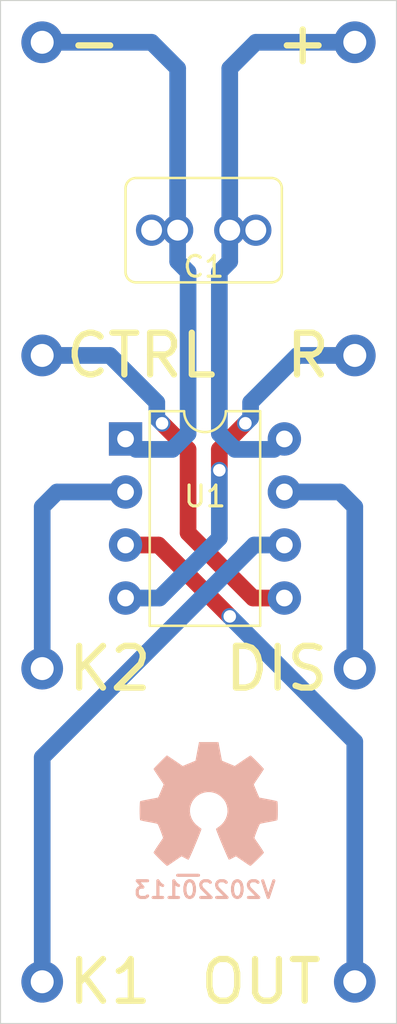
<source format=kicad_pcb>
(kicad_pcb (version 20171130) (host pcbnew 5.99.0+really5.1.10+dfsg1-1)

  (general
    (thickness 1.6)
    (drawings 4)
    (tracks 54)
    (zones 0)
    (modules 12)
    (nets 9)
  )

  (page A4)
  (layers
    (0 F.Cu signal)
    (31 B.Cu signal)
    (32 B.Adhes user)
    (33 F.Adhes user)
    (34 B.Paste user)
    (35 F.Paste user)
    (36 B.SilkS user)
    (37 F.SilkS user)
    (38 B.Mask user)
    (39 F.Mask user)
    (40 Dwgs.User user)
    (41 Cmts.User user)
    (42 Eco1.User user)
    (43 Eco2.User user)
    (44 Edge.Cuts user)
    (45 Margin user)
    (46 B.CrtYd user)
    (47 F.CrtYd user)
    (48 B.Fab user)
    (49 F.Fab user)
  )

  (setup
    (last_trace_width 0.8)
    (user_trace_width 0.2)
    (user_trace_width 0.3)
    (user_trace_width 0.4)
    (user_trace_width 0.6)
    (user_trace_width 0.8)
    (user_trace_width 1)
    (user_trace_width 1.2)
    (user_trace_width 1.4)
    (user_trace_width 1.6)
    (user_trace_width 2)
    (trace_clearance 0.2)
    (zone_clearance 0.508)
    (zone_45_only no)
    (trace_min 0.1524)
    (via_size 0.8)
    (via_drill 0.4)
    (via_min_size 0.381)
    (via_min_drill 0.254)
    (user_via 0.4 0.254)
    (user_via 0.5 0.3)
    (user_via 0.6 0.4)
    (user_via 0.8 0.6)
    (user_via 1.1 0.8)
    (user_via 1.3 1)
    (user_via 1.5 1.2)
    (user_via 1.7 1.4)
    (user_via 1.9 1.6)
    (user_via 2.5 2)
    (uvia_size 0.3)
    (uvia_drill 0.1)
    (uvias_allowed no)
    (uvia_min_size 0.2)
    (uvia_min_drill 0.1)
    (edge_width 0.05)
    (segment_width 0.2)
    (pcb_text_width 0.3)
    (pcb_text_size 1.5 1.5)
    (mod_edge_width 0.12)
    (mod_text_size 0.8 0.8)
    (mod_text_width 0.12)
    (pad_size 1.524 1.524)
    (pad_drill 0.762)
    (pad_to_mask_clearance 0.0762)
    (solder_mask_min_width 0.1016)
    (pad_to_paste_clearance_ratio -0.1)
    (aux_axis_origin 0 0)
    (visible_elements FFFFFF7F)
    (pcbplotparams
      (layerselection 0x010fc_ffffffff)
      (usegerberextensions false)
      (usegerberattributes true)
      (usegerberadvancedattributes true)
      (creategerberjobfile true)
      (excludeedgelayer true)
      (linewidth 0.100000)
      (plotframeref false)
      (viasonmask false)
      (mode 1)
      (useauxorigin false)
      (hpglpennumber 1)
      (hpglpenspeed 20)
      (hpglpendiameter 15.000000)
      (psnegative false)
      (psa4output false)
      (plotreference true)
      (plotvalue true)
      (plotinvisibletext false)
      (padsonsilk false)
      (subtractmaskfromsilk false)
      (outputformat 1)
      (mirror false)
      (drillshape 1)
      (scaleselection 1)
      (outputdirectory ""))
  )

  (net 0 "")
  (net 1 "Net-(C1-Pad2)")
  (net 2 "Net-(C1-Pad1)")
  (net 3 "Net-(J2-Pad1)")
  (net 4 "Net-(J3-Pad1)")
  (net 5 "Net-(J4-Pad1)")
  (net 6 "Net-(J5-Pad1)")
  (net 7 "Net-(J6-Pad1)")
  (net 8 "Net-(J7-Pad1)")

  (net_class Default "This is the default net class."
    (clearance 0.2)
    (trace_width 0.25)
    (via_dia 0.8)
    (via_drill 0.4)
    (uvia_dia 0.3)
    (uvia_drill 0.1)
    (add_net "Net-(C1-Pad1)")
    (add_net "Net-(C1-Pad2)")
    (add_net "Net-(J2-Pad1)")
    (add_net "Net-(J3-Pad1)")
    (add_net "Net-(J4-Pad1)")
    (add_net "Net-(J5-Pad1)")
    (add_net "Net-(J6-Pad1)")
    (add_net "Net-(J7-Pad1)")
  )

  (module SquantorRcl:C-025_050-050X100 (layer F.Cu) (tedit 61E03F5C) (tstamp 61E01E09)
    (at 149.75 72 180)
    (descr "Through hole Film capacitor multipitch 2.5mm and 5.0mm size 5.0 by 10.0mm")
    (tags "Film capacitor multipitch")
    (path /61E0B235)
    (fp_text reference C1 (at 0 -1.75) (layer F.SilkS)
      (effects (font (size 1 1) (thickness 0.15)))
    )
    (fp_text value 470n (at 0 3.5) (layer F.Fab)
      (effects (font (size 1 1) (thickness 0.15)))
    )
    (fp_arc (start -3.25 2) (end -3.75 2) (angle -90) (layer F.SilkS) (width 0.12))
    (fp_arc (start 3.25 2) (end 3.25 2.5) (angle -90) (layer F.SilkS) (width 0.12))
    (fp_arc (start 3.25 -2) (end 3.75 -2) (angle -90) (layer F.SilkS) (width 0.12))
    (fp_arc (start -3.25 -2) (end -3.25 -2.5) (angle -90) (layer F.SilkS) (width 0.12))
    (fp_line (start 4.3 -3) (end -4.3 -3) (layer F.CrtYd) (width 0.025))
    (fp_line (start 4.3 3) (end 4.3 -3) (layer F.CrtYd) (width 0.025))
    (fp_line (start -4.3 3) (end 4.3 3) (layer F.CrtYd) (width 0.025))
    (fp_line (start -4.3 -3) (end -4.3 3) (layer F.CrtYd) (width 0.025))
    (fp_line (start -3.75 -2) (end -3.75 2) (layer F.SilkS) (width 0.12))
    (fp_line (start 3.25 -2.5) (end -3.25 -2.5) (layer F.SilkS) (width 0.12))
    (fp_line (start 3.75 2) (end 3.75 -2) (layer F.SilkS) (width 0.12))
    (fp_line (start -3.25 2.5) (end 3.25 2.5) (layer F.SilkS) (width 0.12))
    (pad 1 thru_hole circle (at -1.25 0 180) (size 1.5 1.5) (drill 1) (layers *.Cu *.Mask)
      (net 2 "Net-(C1-Pad1)"))
    (pad 2 thru_hole circle (at 1.25 0 180) (size 1.5 1.5) (drill 1) (layers *.Cu *.Mask)
      (net 1 "Net-(C1-Pad2)"))
    (pad 1 thru_hole circle (at -2.5 0 180) (size 1.5 1.5) (drill 1) (layers *.Cu *.Mask)
      (net 2 "Net-(C1-Pad1)"))
    (pad 2 thru_hole circle (at 2.5 0 180) (size 1.5 1.5) (drill 1) (layers *.Cu *.Mask)
      (net 1 "Net-(C1-Pad2)"))
    (model ${KISYS3DMOD}/Capacitor_THT.3dshapes/C_Rect_L7.2mm_W5.5mm_P5.00mm_FKS2_FKP2_MKS2_MKP2.step
      (offset (xyz -2.5 0 0))
      (scale (xyz 1 1 1))
      (rotate (xyz 0 0 0))
    )
  )

  (module Package_DIP:DIP-8_W7.62mm (layer F.Cu) (tedit 5A02E8C5) (tstamp 61E01E61)
    (at 146 82)
    (descr "8-lead though-hole mounted DIP package, row spacing 7.62 mm (300 mils)")
    (tags "THT DIP DIL PDIP 2.54mm 7.62mm 300mil")
    (path /61E02F5B)
    (fp_text reference U1 (at 3.81 2.75) (layer F.SilkS)
      (effects (font (size 1 1) (thickness 0.15)))
    )
    (fp_text value NE555_timer (at 3.81 9.95) (layer F.Fab)
      (effects (font (size 1 1) (thickness 0.15)))
    )
    (fp_text user %R (at 3.81 3.81) (layer F.Fab)
      (effects (font (size 1 1) (thickness 0.15)))
    )
    (fp_arc (start 3.81 -1.33) (end 2.81 -1.33) (angle -180) (layer F.SilkS) (width 0.12))
    (fp_line (start 1.635 -1.27) (end 6.985 -1.27) (layer F.Fab) (width 0.1))
    (fp_line (start 6.985 -1.27) (end 6.985 8.89) (layer F.Fab) (width 0.1))
    (fp_line (start 6.985 8.89) (end 0.635 8.89) (layer F.Fab) (width 0.1))
    (fp_line (start 0.635 8.89) (end 0.635 -0.27) (layer F.Fab) (width 0.1))
    (fp_line (start 0.635 -0.27) (end 1.635 -1.27) (layer F.Fab) (width 0.1))
    (fp_line (start 2.81 -1.33) (end 1.16 -1.33) (layer F.SilkS) (width 0.12))
    (fp_line (start 1.16 -1.33) (end 1.16 8.95) (layer F.SilkS) (width 0.12))
    (fp_line (start 1.16 8.95) (end 6.46 8.95) (layer F.SilkS) (width 0.12))
    (fp_line (start 6.46 8.95) (end 6.46 -1.33) (layer F.SilkS) (width 0.12))
    (fp_line (start 6.46 -1.33) (end 4.81 -1.33) (layer F.SilkS) (width 0.12))
    (fp_line (start -1.1 -1.55) (end -1.1 9.15) (layer F.CrtYd) (width 0.05))
    (fp_line (start -1.1 9.15) (end 8.7 9.15) (layer F.CrtYd) (width 0.05))
    (fp_line (start 8.7 9.15) (end 8.7 -1.55) (layer F.CrtYd) (width 0.05))
    (fp_line (start 8.7 -1.55) (end -1.1 -1.55) (layer F.CrtYd) (width 0.05))
    (pad 8 thru_hole oval (at 7.62 0) (size 1.6 1.6) (drill 0.8) (layers *.Cu *.Mask)
      (net 2 "Net-(C1-Pad1)"))
    (pad 4 thru_hole oval (at 0 7.62) (size 1.6 1.6) (drill 0.8) (layers *.Cu *.Mask)
      (net 8 "Net-(J7-Pad1)"))
    (pad 7 thru_hole oval (at 7.62 2.54) (size 1.6 1.6) (drill 0.8) (layers *.Cu *.Mask)
      (net 7 "Net-(J6-Pad1)"))
    (pad 3 thru_hole oval (at 0 5.08) (size 1.6 1.6) (drill 0.8) (layers *.Cu *.Mask)
      (net 6 "Net-(J5-Pad1)"))
    (pad 6 thru_hole oval (at 7.62 5.08) (size 1.6 1.6) (drill 0.8) (layers *.Cu *.Mask)
      (net 5 "Net-(J4-Pad1)"))
    (pad 2 thru_hole oval (at 0 2.54) (size 1.6 1.6) (drill 0.8) (layers *.Cu *.Mask)
      (net 4 "Net-(J3-Pad1)"))
    (pad 5 thru_hole oval (at 7.62 7.62) (size 1.6 1.6) (drill 0.8) (layers *.Cu *.Mask)
      (net 3 "Net-(J2-Pad1)"))
    (pad 1 thru_hole rect (at 0 0) (size 1.6 1.6) (drill 0.8) (layers *.Cu *.Mask)
      (net 1 "Net-(C1-Pad2)"))
    (model ${KISYS3DMOD}/Package_DIP.3dshapes/DIP-8_W7.62mm.wrl
      (at (xyz 0 0 0))
      (scale (xyz 1 1 1))
      (rotate (xyz 0 0 0))
    )
  )

  (module mill-max:PC_pin_nail_head_6092 locked (layer F.Cu) (tedit 5FB583BD) (tstamp 5FB6F15A)
    (at 157 63)
    (path /5FB71E40)
    (fp_text reference J8 (at -2.5 0) (layer F.Fab)
      (effects (font (size 1 1) (thickness 0.15)))
    )
    (fp_text value + (at -2.5 0) (layer F.SilkS)
      (effects (font (size 2 2) (thickness 0.3)))
    )
    (fp_circle (center 0 0) (end 1.3 0) (layer F.CrtYd) (width 0.025))
    (fp_circle (center 0 0) (end 1.3 0) (layer B.CrtYd) (width 0.025))
    (pad 1 thru_hole circle (at 0 0) (size 2 2) (drill 1.1) (layers *.Cu *.Mask)
      (net 2 "Net-(C1-Pad1)"))
  )

  (module mill-max:PC_pin_nail_head_6092 locked (layer F.Cu) (tedit 5FB583BD) (tstamp 5FB6F153)
    (at 157 78)
    (path /5FB72175)
    (fp_text reference J7 (at -2.5 0) (layer F.Fab)
      (effects (font (size 1 1) (thickness 0.15)))
    )
    (fp_text value R (at -2.25 0) (layer F.SilkS)
      (effects (font (size 2 2) (thickness 0.3)))
    )
    (fp_circle (center 0 0) (end 1.3 0) (layer F.CrtYd) (width 0.025))
    (fp_circle (center 0 0) (end 1.3 0) (layer B.CrtYd) (width 0.025))
    (pad 1 thru_hole circle (at 0 0) (size 2 2) (drill 1.1) (layers *.Cu *.Mask)
      (net 8 "Net-(J7-Pad1)"))
  )

  (module mill-max:PC_pin_nail_head_6092 locked (layer F.Cu) (tedit 5FB583BD) (tstamp 5FB6EAD7)
    (at 157 93)
    (path /5FB6F255)
    (fp_text reference J6 (at -3.75 0) (layer F.Fab)
      (effects (font (size 1 1) (thickness 0.15)))
    )
    (fp_text value DIS (at -3.75 0) (layer F.SilkS)
      (effects (font (size 2 2) (thickness 0.3)))
    )
    (fp_circle (center 0 0) (end 1.3 0) (layer B.CrtYd) (width 0.025))
    (fp_circle (center 0 0) (end 1.3 0) (layer F.CrtYd) (width 0.025))
    (pad 1 thru_hole circle (at 0 0) (size 2 2) (drill 1.1) (layers *.Cu *.Mask)
      (net 7 "Net-(J6-Pad1)"))
  )

  (module mill-max:PC_pin_nail_head_6092 locked (layer F.Cu) (tedit 5FB583BD) (tstamp 5FB6EAD0)
    (at 157 108)
    (path /5FB6ECA4)
    (fp_text reference J5 (at -4.25 0) (layer F.Fab)
      (effects (font (size 1 1) (thickness 0.15)))
    )
    (fp_text value OUT (at -4.5 0) (layer F.SilkS)
      (effects (font (size 2 2) (thickness 0.3)))
    )
    (fp_circle (center 0 0) (end 1.3 0) (layer B.CrtYd) (width 0.025))
    (fp_circle (center 0 0) (end 1.3 0) (layer F.CrtYd) (width 0.025))
    (pad 1 thru_hole circle (at 0 0) (size 2 2) (drill 1.1) (layers *.Cu *.Mask)
      (net 6 "Net-(J5-Pad1)"))
  )

  (module mill-max:PC_pin_nail_head_6092 locked (layer F.Cu) (tedit 5FB583BD) (tstamp 5FB6EB0F)
    (at 142 108)
    (path /5FB5975F)
    (fp_text reference J4 (at 3.25 0) (layer F.Fab)
      (effects (font (size 1 1) (thickness 0.15)))
    )
    (fp_text value K1 (at 3.25 0) (layer F.SilkS)
      (effects (font (size 2 2) (thickness 0.3)))
    )
    (fp_circle (center 0 0) (end 1.3 0) (layer F.CrtYd) (width 0.025))
    (fp_circle (center 0 0) (end 1.3 0) (layer B.CrtYd) (width 0.025))
    (pad 1 thru_hole circle (at 0 0) (size 2 2) (drill 1.1) (layers *.Cu *.Mask)
      (net 5 "Net-(J4-Pad1)"))
  )

  (module mill-max:PC_pin_nail_head_6092 locked (layer F.Cu) (tedit 5FB583BD) (tstamp 5FB5E4C2)
    (at 142 93)
    (path /5FB592C5)
    (fp_text reference J3 (at 3.5 0) (layer F.Fab)
      (effects (font (size 1 1) (thickness 0.15)))
    )
    (fp_text value K2 (at 3.25 0) (layer F.SilkS)
      (effects (font (size 2 2) (thickness 0.3)))
    )
    (fp_circle (center 0 0) (end 1.3 0) (layer F.CrtYd) (width 0.025))
    (fp_circle (center 0 0) (end 1.3 0) (layer B.CrtYd) (width 0.025))
    (pad 1 thru_hole circle (at 0 0) (size 2 2) (drill 1.1) (layers *.Cu *.Mask)
      (net 4 "Net-(J3-Pad1)"))
  )

  (module mill-max:PC_pin_nail_head_6092 locked (layer F.Cu) (tedit 5FB583BD) (tstamp 5FB5E4BB)
    (at 142 78)
    (path /5FB58352)
    (fp_text reference J2 (at 4.75 0) (layer F.Fab)
      (effects (font (size 1 1) (thickness 0.15)))
    )
    (fp_text value CTRL (at 4.75 0) (layer F.SilkS)
      (effects (font (size 2 2) (thickness 0.3)))
    )
    (fp_circle (center 0 0) (end 1.3 0) (layer F.CrtYd) (width 0.025))
    (fp_circle (center 0 0) (end 1.3 0) (layer B.CrtYd) (width 0.025))
    (pad 1 thru_hole circle (at 0 0) (size 2 2) (drill 1.1) (layers *.Cu *.Mask)
      (net 3 "Net-(J2-Pad1)"))
  )

  (module mill-max:PC_pin_nail_head_6092 locked (layer F.Cu) (tedit 5FB583BD) (tstamp 5FB5E4B4)
    (at 142 63)
    (path /5FB58B49)
    (fp_text reference J1 (at 2.75 0) (layer F.Fab)
      (effects (font (size 1 1) (thickness 0.15)))
    )
    (fp_text value - (at 2.5 0) (layer F.SilkS)
      (effects (font (size 2 2) (thickness 0.3)))
    )
    (fp_circle (center 0 0) (end 1.3 0) (layer F.CrtYd) (width 0.025))
    (fp_circle (center 0 0) (end 1.3 0) (layer B.CrtYd) (width 0.025))
    (pad 1 thru_hole circle (at 0 0) (size 2 2) (drill 1.1) (layers *.Cu *.Mask)
      (net 1 "Net-(C1-Pad2)"))
  )

  (module Symbol:OSHW-Symbol_6.7x6mm_SilkScreen (layer B.Cu) (tedit 0) (tstamp 5EE12086)
    (at 150 99.5 180)
    (descr "Open Source Hardware Symbol")
    (tags "Logo Symbol OSHW")
    (path /5EE13678)
    (attr virtual)
    (fp_text reference N2 (at 0 0) (layer B.SilkS) hide
      (effects (font (size 1 1) (thickness 0.15)) (justify mirror))
    )
    (fp_text value OHWLOGO (at 0.75 0) (layer B.Fab) hide
      (effects (font (size 1 1) (thickness 0.15)) (justify mirror))
    )
    (fp_poly (pts (xy 0.555814 2.531069) (xy 0.639635 2.086445) (xy 0.94892 1.958947) (xy 1.258206 1.831449)
      (xy 1.629246 2.083754) (xy 1.733157 2.154004) (xy 1.827087 2.216728) (xy 1.906652 2.269062)
      (xy 1.96747 2.308143) (xy 2.005157 2.331107) (xy 2.015421 2.336058) (xy 2.03391 2.323324)
      (xy 2.07342 2.288118) (xy 2.129522 2.234938) (xy 2.197787 2.168282) (xy 2.273786 2.092646)
      (xy 2.353092 2.012528) (xy 2.431275 1.932426) (xy 2.503907 1.856836) (xy 2.566559 1.790255)
      (xy 2.614803 1.737182) (xy 2.64421 1.702113) (xy 2.651241 1.690377) (xy 2.641123 1.66874)
      (xy 2.612759 1.621338) (xy 2.569129 1.552807) (xy 2.513218 1.467785) (xy 2.448006 1.370907)
      (xy 2.410219 1.31565) (xy 2.341343 1.214752) (xy 2.28014 1.123701) (xy 2.229578 1.04703)
      (xy 2.192628 0.989272) (xy 2.172258 0.954957) (xy 2.169197 0.947746) (xy 2.176136 0.927252)
      (xy 2.195051 0.879487) (xy 2.223087 0.811168) (xy 2.257391 0.729011) (xy 2.295109 0.63973)
      (xy 2.333387 0.550042) (xy 2.36937 0.466662) (xy 2.400206 0.396306) (xy 2.423039 0.34569)
      (xy 2.435017 0.321529) (xy 2.435724 0.320578) (xy 2.454531 0.315964) (xy 2.504618 0.305672)
      (xy 2.580793 0.290713) (xy 2.677865 0.272099) (xy 2.790643 0.250841) (xy 2.856442 0.238582)
      (xy 2.97695 0.215638) (xy 3.085797 0.193805) (xy 3.177476 0.174278) (xy 3.246481 0.158252)
      (xy 3.287304 0.146921) (xy 3.295511 0.143326) (xy 3.303548 0.118994) (xy 3.310033 0.064041)
      (xy 3.31497 -0.015108) (xy 3.318364 -0.112026) (xy 3.320218 -0.220287) (xy 3.320538 -0.333465)
      (xy 3.319327 -0.445135) (xy 3.31659 -0.548868) (xy 3.312331 -0.638241) (xy 3.306555 -0.706826)
      (xy 3.299267 -0.748197) (xy 3.294895 -0.75681) (xy 3.268764 -0.767133) (xy 3.213393 -0.781892)
      (xy 3.136107 -0.799352) (xy 3.04423 -0.81778) (xy 3.012158 -0.823741) (xy 2.857524 -0.852066)
      (xy 2.735375 -0.874876) (xy 2.641673 -0.89308) (xy 2.572384 -0.907583) (xy 2.523471 -0.919292)
      (xy 2.490897 -0.929115) (xy 2.470628 -0.937956) (xy 2.458626 -0.946724) (xy 2.456947 -0.948457)
      (xy 2.440184 -0.976371) (xy 2.414614 -1.030695) (xy 2.382788 -1.104777) (xy 2.34726 -1.191965)
      (xy 2.310583 -1.285608) (xy 2.275311 -1.379052) (xy 2.243996 -1.465647) (xy 2.219193 -1.53874)
      (xy 2.203454 -1.591678) (xy 2.199332 -1.617811) (xy 2.199676 -1.618726) (xy 2.213641 -1.640086)
      (xy 2.245322 -1.687084) (xy 2.291391 -1.754827) (xy 2.348518 -1.838423) (xy 2.413373 -1.932982)
      (xy 2.431843 -1.959854) (xy 2.497699 -2.057275) (xy 2.55565 -2.146163) (xy 2.602538 -2.221412)
      (xy 2.635207 -2.27792) (xy 2.6505 -2.310581) (xy 2.651241 -2.314593) (xy 2.638392 -2.335684)
      (xy 2.602888 -2.377464) (xy 2.549293 -2.435445) (xy 2.482171 -2.505135) (xy 2.406087 -2.582045)
      (xy 2.325604 -2.661683) (xy 2.245287 -2.739561) (xy 2.169699 -2.811186) (xy 2.103405 -2.87207)
      (xy 2.050969 -2.917721) (xy 2.016955 -2.94365) (xy 2.007545 -2.947883) (xy 1.985643 -2.937912)
      (xy 1.9408 -2.91102) (xy 1.880321 -2.871736) (xy 1.833789 -2.840117) (xy 1.749475 -2.782098)
      (xy 1.649626 -2.713784) (xy 1.549473 -2.645579) (xy 1.495627 -2.609075) (xy 1.313371 -2.4858)
      (xy 1.160381 -2.56852) (xy 1.090682 -2.604759) (xy 1.031414 -2.632926) (xy 0.991311 -2.648991)
      (xy 0.981103 -2.651226) (xy 0.968829 -2.634722) (xy 0.944613 -2.588082) (xy 0.910263 -2.515609)
      (xy 0.867588 -2.421606) (xy 0.818394 -2.310374) (xy 0.76449 -2.186215) (xy 0.707684 -2.053432)
      (xy 0.649782 -1.916327) (xy 0.592593 -1.779202) (xy 0.537924 -1.646358) (xy 0.487584 -1.522098)
      (xy 0.44338 -1.410725) (xy 0.407119 -1.316539) (xy 0.380609 -1.243844) (xy 0.365658 -1.196941)
      (xy 0.363254 -1.180833) (xy 0.382311 -1.160286) (xy 0.424036 -1.126933) (xy 0.479706 -1.087702)
      (xy 0.484378 -1.084599) (xy 0.628264 -0.969423) (xy 0.744283 -0.835053) (xy 0.83143 -0.685784)
      (xy 0.888699 -0.525913) (xy 0.915086 -0.359737) (xy 0.909585 -0.191552) (xy 0.87119 -0.025655)
      (xy 0.798895 0.133658) (xy 0.777626 0.168513) (xy 0.666996 0.309263) (xy 0.536302 0.422286)
      (xy 0.390064 0.506997) (xy 0.232808 0.562806) (xy 0.069057 0.589126) (xy -0.096667 0.58537)
      (xy -0.259838 0.55095) (xy -0.415935 0.485277) (xy -0.560433 0.387765) (xy -0.605131 0.348187)
      (xy -0.718888 0.224297) (xy -0.801782 0.093876) (xy -0.858644 -0.052315) (xy -0.890313 -0.197088)
      (xy -0.898131 -0.35986) (xy -0.872062 -0.52344) (xy -0.814755 -0.682298) (xy -0.728856 -0.830906)
      (xy -0.617014 -0.963735) (xy -0.481877 -1.075256) (xy -0.464117 -1.087011) (xy -0.40785 -1.125508)
      (xy -0.365077 -1.158863) (xy -0.344628 -1.18016) (xy -0.344331 -1.180833) (xy -0.348721 -1.203871)
      (xy -0.366124 -1.256157) (xy -0.394732 -1.33339) (xy -0.432735 -1.431268) (xy -0.478326 -1.545491)
      (xy -0.529697 -1.671758) (xy -0.585038 -1.805767) (xy -0.642542 -1.943218) (xy -0.700399 -2.079808)
      (xy -0.756802 -2.211237) (xy -0.809942 -2.333205) (xy -0.85801 -2.441409) (xy -0.899199 -2.531549)
      (xy -0.931699 -2.599323) (xy -0.953703 -2.64043) (xy -0.962564 -2.651226) (xy -0.98964 -2.642819)
      (xy -1.040303 -2.620272) (xy -1.105817 -2.587613) (xy -1.141841 -2.56852) (xy -1.294832 -2.4858)
      (xy -1.477088 -2.609075) (xy -1.570125 -2.672228) (xy -1.671985 -2.741727) (xy -1.767438 -2.807165)
      (xy -1.81525 -2.840117) (xy -1.882495 -2.885273) (xy -1.939436 -2.921057) (xy -1.978646 -2.942938)
      (xy -1.991381 -2.947563) (xy -2.009917 -2.935085) (xy -2.050941 -2.900252) (xy -2.110475 -2.846678)
      (xy -2.184542 -2.777983) (xy -2.269165 -2.697781) (xy -2.322685 -2.646286) (xy -2.416319 -2.554286)
      (xy -2.497241 -2.471999) (xy -2.562177 -2.402945) (xy -2.607858 -2.350644) (xy -2.631011 -2.318616)
      (xy -2.633232 -2.312116) (xy -2.622924 -2.287394) (xy -2.594439 -2.237405) (xy -2.550937 -2.167212)
      (xy -2.495577 -2.081875) (xy -2.43152 -1.986456) (xy -2.413303 -1.959854) (xy -2.346927 -1.863167)
      (xy -2.287378 -1.776117) (xy -2.237984 -1.703595) (xy -2.202075 -1.650493) (xy -2.182981 -1.621703)
      (xy -2.181136 -1.618726) (xy -2.183895 -1.595782) (xy -2.198538 -1.545336) (xy -2.222513 -1.474041)
      (xy -2.253266 -1.388547) (xy -2.288244 -1.295507) (xy -2.324893 -1.201574) (xy -2.360661 -1.113399)
      (xy -2.392994 -1.037634) (xy -2.419338 -0.980931) (xy -2.437142 -0.949943) (xy -2.438407 -0.948457)
      (xy -2.449294 -0.939601) (xy -2.467682 -0.930843) (xy -2.497606 -0.921277) (xy -2.543103 -0.909996)
      (xy -2.608209 -0.896093) (xy -2.696961 -0.878663) (xy -2.813393 -0.856798) (xy -2.961542 -0.829591)
      (xy -2.993618 -0.823741) (xy -3.088686 -0.805374) (xy -3.171565 -0.787405) (xy -3.23493 -0.771569)
      (xy -3.271458 -0.7596) (xy -3.276356 -0.75681) (xy -3.284427 -0.732072) (xy -3.290987 -0.67679)
      (xy -3.296033 -0.597389) (xy -3.299559 -0.500296) (xy -3.301561 -0.391938) (xy -3.302036 -0.27874)
      (xy -3.300977 -0.167128) (xy -3.298382 -0.063529) (xy -3.294246 0.025632) (xy -3.288563 0.093928)
      (xy -3.281331 0.134934) (xy -3.276971 0.143326) (xy -3.252698 0.151792) (xy -3.197426 0.165565)
      (xy -3.116662 0.18345) (xy -3.015912 0.204252) (xy -2.900683 0.226777) (xy -2.837902 0.238582)
      (xy -2.718787 0.260849) (xy -2.612565 0.281021) (xy -2.524427 0.298085) (xy -2.459566 0.311031)
      (xy -2.423174 0.318845) (xy -2.417184 0.320578) (xy -2.407061 0.34011) (xy -2.385662 0.387157)
      (xy -2.355839 0.454997) (xy -2.320445 0.536909) (xy -2.282332 0.626172) (xy -2.244353 0.716065)
      (xy -2.20936 0.799865) (xy -2.180206 0.870853) (xy -2.159743 0.922306) (xy -2.150823 0.947503)
      (xy -2.150657 0.948604) (xy -2.160769 0.968481) (xy -2.189117 1.014223) (xy -2.232723 1.081283)
      (xy -2.288606 1.165116) (xy -2.353787 1.261174) (xy -2.391679 1.31635) (xy -2.460725 1.417519)
      (xy -2.52205 1.50937) (xy -2.572663 1.587256) (xy -2.609571 1.646531) (xy -2.629782 1.682549)
      (xy -2.632701 1.690623) (xy -2.620153 1.709416) (xy -2.585463 1.749543) (xy -2.533063 1.806507)
      (xy -2.467384 1.875815) (xy -2.392856 1.952969) (xy -2.313913 2.033475) (xy -2.234983 2.112837)
      (xy -2.1605 2.18656) (xy -2.094894 2.250148) (xy -2.042596 2.299106) (xy -2.008039 2.328939)
      (xy -1.996478 2.336058) (xy -1.977654 2.326047) (xy -1.932631 2.297922) (xy -1.865787 2.254546)
      (xy -1.781499 2.198782) (xy -1.684144 2.133494) (xy -1.610707 2.083754) (xy -1.239667 1.831449)
      (xy -0.621095 2.086445) (xy -0.537275 2.531069) (xy -0.453454 2.975693) (xy 0.471994 2.975693)
      (xy 0.555814 2.531069)) (layer B.SilkS) (width 0.01))
  )

  (module SquantorLabels:Label_Generic (layer B.Cu) (tedit 5D8A7D4C) (tstamp 5FB6ED34)
    (at 149 103.5)
    (descr "Label for general purpose use")
    (tags Label)
    (path /5EE12BF3)
    (attr smd)
    (fp_text reference N1 (at 0 -1.85) (layer B.Fab) hide
      (effects (font (size 1 1) (thickness 0.15)) (justify mirror))
    )
    (fp_text value V20220113 (at 0.8 0.1) (layer B.SilkS)
      (effects (font (size 0.8 0.8) (thickness 0.15)) (justify mirror))
    )
    (fp_line (start -0.5 -0.6) (end 0.5 -0.6) (layer B.SilkS) (width 0.15))
  )

  (gr_line (start 159 61) (end 140 61) (layer Edge.Cuts) (width 0.05) (tstamp 5FB5E506))
  (gr_line (start 159 61) (end 159 110) (layer Edge.Cuts) (width 0.05) (tstamp 5FB5E4FA))
  (gr_line (start 140 110) (end 159 110) (layer Edge.Cuts) (width 0.05) (tstamp 5FB5E4F5))
  (gr_line (start 140 110) (end 140 61) (layer Edge.Cuts) (width 0.05))

  (segment (start 148.5 73.5) (end 148.5 72) (width 0.8) (layer B.Cu) (net 1))
  (segment (start 149 74) (end 148.5 73.5) (width 0.8) (layer B.Cu) (net 1))
  (segment (start 148.25 82.5) (end 149 81.75) (width 0.8) (layer B.Cu) (net 1))
  (segment (start 149 81.75) (end 149 74) (width 0.8) (layer B.Cu) (net 1))
  (segment (start 146.5 82.5) (end 148.25 82.5) (width 0.8) (layer B.Cu) (net 1))
  (segment (start 146 82) (end 146.5 82.5) (width 0.8) (layer B.Cu) (net 1))
  (segment (start 148.5 72) (end 147.25 72) (width 0.8) (layer B.Cu) (net 1))
  (segment (start 147.25 63) (end 142 63) (width 0.8) (layer B.Cu) (net 1))
  (segment (start 148.5 64.25) (end 147.25 63) (width 0.8) (layer B.Cu) (net 1))
  (segment (start 148.5 72) (end 148.5 64.25) (width 0.8) (layer B.Cu) (net 1))
  (segment (start 151 73.5) (end 151 72) (width 0.8) (layer B.Cu) (net 2))
  (segment (start 150.5 74) (end 151 73.5) (width 0.8) (layer B.Cu) (net 2))
  (segment (start 150.5 81.75) (end 150.5 74) (width 0.8) (layer B.Cu) (net 2))
  (segment (start 151.25 82.5) (end 150.5 81.75) (width 0.8) (layer B.Cu) (net 2))
  (segment (start 153.12 82.5) (end 151.25 82.5) (width 0.8) (layer B.Cu) (net 2))
  (segment (start 153.62 82) (end 153.12 82.5) (width 0.8) (layer B.Cu) (net 2))
  (segment (start 151 72) (end 152.25 72) (width 0.8) (layer B.Cu) (net 2))
  (segment (start 152.25 63) (end 157 63) (width 0.8) (layer B.Cu) (net 2))
  (segment (start 151 64.25) (end 152.25 63) (width 0.8) (layer B.Cu) (net 2))
  (segment (start 151 72) (end 151 64.25) (width 0.8) (layer B.Cu) (net 2))
  (via (at 147.75 81.25) (size 0.8) (drill 0.6) (layers F.Cu B.Cu) (net 3))
  (segment (start 145.25 78) (end 142 78) (width 0.8) (layer B.Cu) (net 3))
  (segment (start 147.5 80.25) (end 145.25 78) (width 0.8) (layer B.Cu) (net 3))
  (segment (start 147.5 81) (end 147.5 80.25) (width 0.8) (layer B.Cu) (net 3))
  (segment (start 147.75 81.25) (end 147.5 81) (width 0.8) (layer B.Cu) (net 3))
  (segment (start 152.12 89.62) (end 153.62 89.62) (width 0.8) (layer F.Cu) (net 3))
  (segment (start 149 86.5) (end 152.12 89.62) (width 0.8) (layer F.Cu) (net 3))
  (segment (start 149 82.5) (end 149 86.5) (width 0.8) (layer F.Cu) (net 3))
  (segment (start 147.75 81.25) (end 149 82.5) (width 0.8) (layer F.Cu) (net 3))
  (segment (start 146 84.54) (end 142.71 84.54) (width 0.8) (layer B.Cu) (net 4))
  (segment (start 142 85.25) (end 142 93) (width 0.8) (layer B.Cu) (net 4))
  (segment (start 142.71 84.54) (end 142 85.25) (width 0.8) (layer B.Cu) (net 4))
  (segment (start 152.17 87.08) (end 142 97.25) (width 0.8) (layer B.Cu) (net 5))
  (segment (start 142 97.25) (end 142 108) (width 0.8) (layer B.Cu) (net 5))
  (segment (start 153.62 87.08) (end 152.17 87.08) (width 0.8) (layer B.Cu) (net 5))
  (segment (start 147.58 87.08) (end 146 87.08) (width 0.8) (layer F.Cu) (net 6))
  (segment (start 151 90.5) (end 147.58 87.08) (width 0.8) (layer F.Cu) (net 6))
  (via (at 151 90.5) (size 0.8) (drill 0.6) (layers F.Cu B.Cu) (net 6))
  (segment (start 157 96.5) (end 157 108) (width 0.8) (layer B.Cu) (net 6))
  (segment (start 151 90.5) (end 157 96.5) (width 0.8) (layer B.Cu) (net 6))
  (segment (start 153.62 84.54) (end 156.29 84.54) (width 0.8) (layer B.Cu) (net 7))
  (segment (start 157 85.25) (end 157 93) (width 0.8) (layer B.Cu) (net 7))
  (segment (start 156.29 84.54) (end 157 85.25) (width 0.8) (layer B.Cu) (net 7))
  (via (at 151.75 81.25) (size 0.8) (drill 0.6) (layers F.Cu B.Cu) (net 8))
  (segment (start 154.25 78) (end 157 78) (width 0.8) (layer B.Cu) (net 8))
  (segment (start 152 80.25) (end 154.25 78) (width 0.8) (layer B.Cu) (net 8))
  (segment (start 152 81) (end 152 80.25) (width 0.8) (layer B.Cu) (net 8))
  (segment (start 151.75 81.25) (end 152 81) (width 0.8) (layer B.Cu) (net 8))
  (segment (start 147.63 89.62) (end 146 89.62) (width 0.8) (layer B.Cu) (net 8))
  (segment (start 150.5 86.75) (end 147.63 89.62) (width 0.8) (layer B.Cu) (net 8))
  (segment (start 150.5 83.5) (end 150.5 86.75) (width 0.8) (layer B.Cu) (net 8))
  (segment (start 150.5 82.5) (end 151.75 81.25) (width 0.8) (layer F.Cu) (net 8))
  (segment (start 150.5 83.5) (end 150.5 82.5) (width 0.8) (layer F.Cu) (net 8))
  (via (at 150.5 83.5) (size 0.8) (drill 0.6) (layers F.Cu B.Cu) (net 8))

)

</source>
